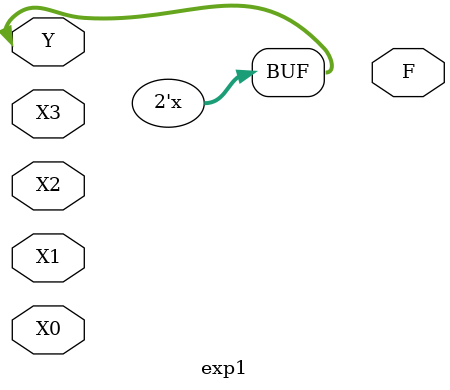
<source format=v>
module exp1(
	input [1:0] X0,
	input [1:0] X1,
	input [1:0] X2,
	input [1:0] X3,
	input [1:0] Y,
	output reg [1:0] F
);

always @(*)
    case (Y)
        2'b00: Y=X0;
        2'b01: Y=X1;
        2'b10: Y=X2;
        2'b11: Y=X3;
    endcase
endmodule
</source>
